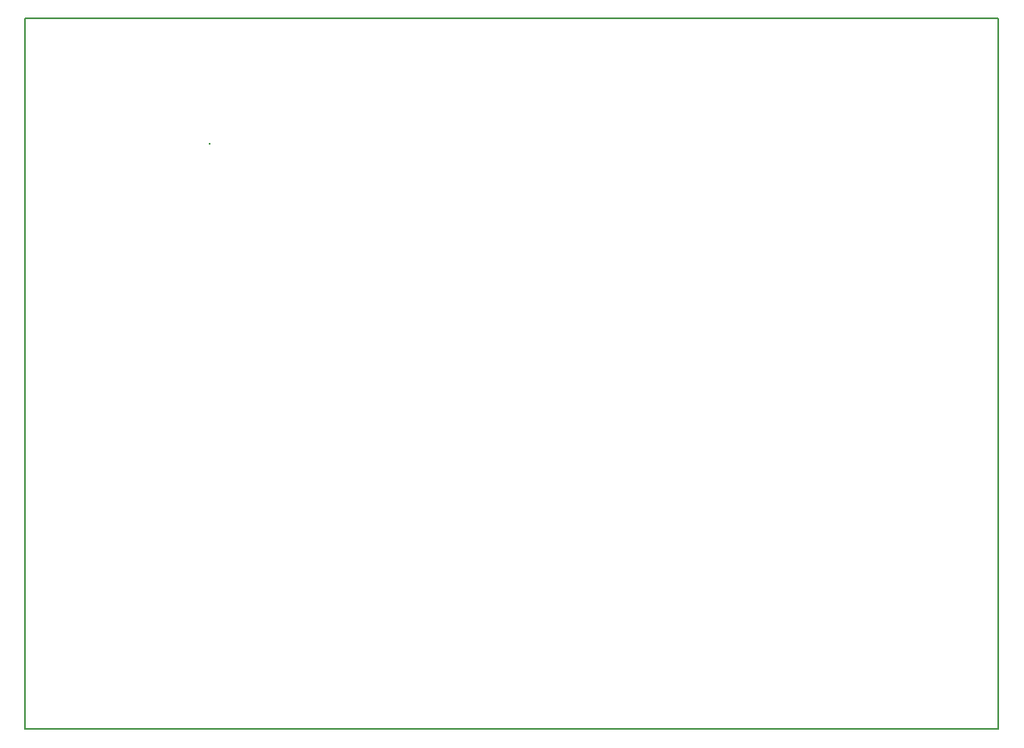
<source format=gtp>
G04 #@! TF.FileFunction,Paste,Top*
%FSLAX46Y46*%
G04 Gerber Fmt 4.6, Leading zero omitted, Abs format (unit mm)*
G04 Created by KiCad (PCBNEW 4.1.0-alpha+201608211231+7083~46~ubuntu14.04.1-product) date Fri Aug 26 11:20:39 2016*
%MOMM*%
%LPD*%
G01*
G04 APERTURE LIST*
%ADD10C,0.150000*%
%ADD11C,0.200000*%
G04 APERTURE END LIST*
D10*
D11*
X44120000Y-36880000D02*
X44120000Y-36820000D01*
X124460000Y-24130000D02*
X25400000Y-24130000D01*
X124460000Y-96520000D02*
X124460000Y-24130000D01*
X25400000Y-96520000D02*
X124460000Y-96520000D01*
X25400000Y-24130000D02*
X25400000Y-96520000D01*
M02*

</source>
